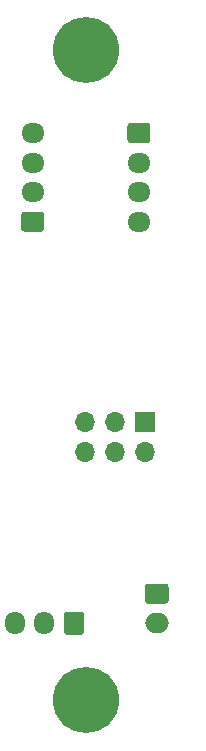
<source format=gbs>
G04 #@! TF.GenerationSoftware,KiCad,Pcbnew,5.1.9+dfsg1-1*
G04 #@! TF.CreationDate,2022-11-10T16:02:49+09:00*
G04 #@! TF.ProjectId,fan-expander,66616e2d-6578-4706-916e-6465722e6b69,rev?*
G04 #@! TF.SameCoordinates,Original*
G04 #@! TF.FileFunction,Soldermask,Bot*
G04 #@! TF.FilePolarity,Negative*
%FSLAX46Y46*%
G04 Gerber Fmt 4.6, Leading zero omitted, Abs format (unit mm)*
G04 Created by KiCad (PCBNEW 5.1.9+dfsg1-1) date 2022-11-10 16:02:49*
%MOMM*%
%LPD*%
G01*
G04 APERTURE LIST*
%ADD10C,5.600000*%
%ADD11O,2.000000X1.700000*%
%ADD12O,1.700000X1.950000*%
%ADD13O,1.950000X1.700000*%
%ADD14R,1.700000X1.700000*%
%ADD15O,1.700000X1.700000*%
G04 APERTURE END LIST*
D10*
X150000000Y-50000000D03*
X150000000Y-105000000D03*
G36*
G01*
X155250000Y-95150000D02*
X156750000Y-95150000D01*
G75*
G02*
X157000000Y-95400000I0J-250000D01*
G01*
X157000000Y-96600000D01*
G75*
G02*
X156750000Y-96850000I-250000J0D01*
G01*
X155250000Y-96850000D01*
G75*
G02*
X155000000Y-96600000I0J250000D01*
G01*
X155000000Y-95400000D01*
G75*
G02*
X155250000Y-95150000I250000J0D01*
G01*
G37*
D11*
X156000000Y-98500000D03*
G36*
G01*
X149850000Y-97775000D02*
X149850000Y-99225000D01*
G75*
G02*
X149600000Y-99475000I-250000J0D01*
G01*
X148400000Y-99475000D01*
G75*
G02*
X148150000Y-99225000I0J250000D01*
G01*
X148150000Y-97775000D01*
G75*
G02*
X148400000Y-97525000I250000J0D01*
G01*
X149600000Y-97525000D01*
G75*
G02*
X149850000Y-97775000I0J-250000D01*
G01*
G37*
D12*
X146500000Y-98500000D03*
X144000000Y-98500000D03*
G36*
G01*
X146225000Y-65350000D02*
X144775000Y-65350000D01*
G75*
G02*
X144525000Y-65100000I0J250000D01*
G01*
X144525000Y-63900000D01*
G75*
G02*
X144775000Y-63650000I250000J0D01*
G01*
X146225000Y-63650000D01*
G75*
G02*
X146475000Y-63900000I0J-250000D01*
G01*
X146475000Y-65100000D01*
G75*
G02*
X146225000Y-65350000I-250000J0D01*
G01*
G37*
D13*
X145500000Y-62000000D03*
X145500000Y-59500000D03*
X145500000Y-57000000D03*
X154500000Y-64500000D03*
X154500000Y-62000000D03*
X154500000Y-59500000D03*
G36*
G01*
X153775000Y-56150000D02*
X155225000Y-56150000D01*
G75*
G02*
X155475000Y-56400000I0J-250000D01*
G01*
X155475000Y-57600000D01*
G75*
G02*
X155225000Y-57850000I-250000J0D01*
G01*
X153775000Y-57850000D01*
G75*
G02*
X153525000Y-57600000I0J250000D01*
G01*
X153525000Y-56400000D01*
G75*
G02*
X153775000Y-56150000I250000J0D01*
G01*
G37*
D14*
X155000000Y-81500000D03*
D15*
X155000000Y-84040000D03*
X152460000Y-81500000D03*
X152460000Y-84040000D03*
X149920000Y-81500000D03*
X149920000Y-84040000D03*
M02*

</source>
